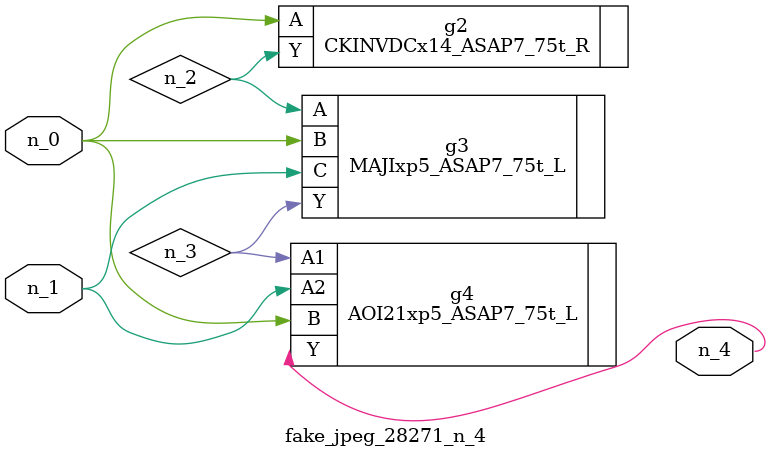
<source format=v>
module fake_jpeg_28271_n_4 (n_0, n_1, n_4);

input n_0;
input n_1;

output n_4;

wire n_2;
wire n_3;

CKINVDCx14_ASAP7_75t_R g2 ( 
.A(n_0),
.Y(n_2)
);

MAJIxp5_ASAP7_75t_L g3 ( 
.A(n_2),
.B(n_0),
.C(n_1),
.Y(n_3)
);

AOI21xp5_ASAP7_75t_L g4 ( 
.A1(n_3),
.A2(n_1),
.B(n_0),
.Y(n_4)
);


endmodule
</source>
